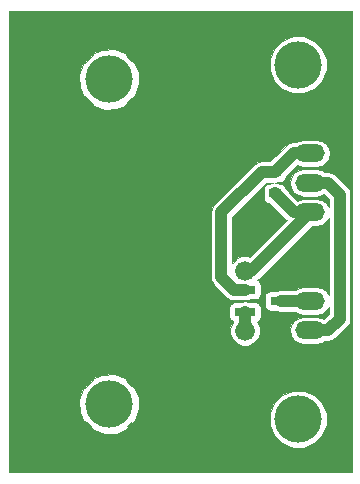
<source format=gbr>
G04 #@! TF.FileFunction,Copper,L2,Bot,Signal*
%FSLAX46Y46*%
G04 Gerber Fmt 4.6, Leading zero omitted, Abs format (unit mm)*
G04 Created by KiCad (PCBNEW 4.0.3-stable) date 09/16/16 14:59:18*
%MOMM*%
%LPD*%
G01*
G04 APERTURE LIST*
%ADD10C,0.100000*%
%ADD11O,2.500000X1.500000*%
%ADD12R,1.800860X0.800100*%
%ADD13R,1.000000X0.800000*%
%ADD14C,1.676400*%
%ADD15C,4.000000*%
%ADD16C,1.000000*%
%ADD17C,0.026000*%
G04 APERTURE END LIST*
D10*
D11*
X26000000Y-17500000D03*
X26000000Y-15000000D03*
X26000000Y-12500000D03*
X26000000Y-27500000D03*
X26000000Y-25000000D03*
D12*
X20498860Y-25950000D03*
X20498860Y-24050000D03*
X23501140Y-25000000D03*
D13*
X23000000Y-14100000D03*
X23000000Y-15900000D03*
D14*
X20500000Y-27540000D03*
X20500000Y-22460000D03*
D15*
X9000000Y-33750000D03*
X9000000Y-6250000D03*
X25000000Y-35000000D03*
X25000000Y-5000000D03*
D16*
X26000000Y-15000000D02*
X27500000Y-15000000D01*
X27500000Y-27500000D02*
X26000000Y-27500000D01*
X28500000Y-26500000D02*
X27500000Y-27500000D01*
X28500000Y-16000000D02*
X28500000Y-26500000D01*
X27500000Y-15000000D02*
X28500000Y-16000000D01*
X23000000Y-14100000D02*
X21900000Y-14100000D01*
X19550000Y-24050000D02*
X20498860Y-24050000D01*
X18500000Y-23000000D02*
X19550000Y-24050000D01*
X18500000Y-17500000D02*
X18500000Y-23000000D01*
X21900000Y-14100000D02*
X18500000Y-17500000D01*
X23000000Y-14100000D02*
X24600000Y-12500000D01*
X24600000Y-12500000D02*
X26000000Y-12500000D01*
X20500000Y-22460000D02*
X21040000Y-22460000D01*
X21040000Y-22460000D02*
X26000000Y-17500000D01*
X23000000Y-15900000D02*
X24600000Y-17500000D01*
X24600000Y-17500000D02*
X26000000Y-17500000D01*
X23501140Y-25000000D02*
X26000000Y-25000000D01*
X20498860Y-25950000D02*
X20498860Y-27538860D01*
X20498860Y-27538860D02*
X20500000Y-27540000D01*
D17*
G36*
X29512000Y-39512000D02*
X488000Y-39512000D01*
X488000Y-33386940D01*
X6455381Y-33386940D01*
X6510141Y-34388359D01*
X6788016Y-35059208D01*
X7112584Y-35296590D01*
X7123487Y-35285687D01*
X7464015Y-35626811D01*
X7453410Y-35637416D01*
X7690792Y-35961984D01*
X8636940Y-36294619D01*
X9638359Y-36239859D01*
X10309208Y-35961984D01*
X10546590Y-35637416D01*
X10535687Y-35626513D01*
X10684590Y-35477870D01*
X22586583Y-35477870D01*
X22953166Y-36365069D01*
X23631361Y-37044449D01*
X24517919Y-37412580D01*
X25477870Y-37413417D01*
X26365069Y-37046834D01*
X27044449Y-36368639D01*
X27412580Y-35482081D01*
X27413417Y-34522130D01*
X27046834Y-33634931D01*
X26368639Y-32955551D01*
X25482081Y-32587420D01*
X24522130Y-32586583D01*
X23634931Y-32953166D01*
X22955551Y-33631361D01*
X22587420Y-34517919D01*
X22586583Y-35477870D01*
X10684590Y-35477870D01*
X10876811Y-35285985D01*
X10887416Y-35296590D01*
X11211984Y-35059208D01*
X11544619Y-34113060D01*
X11489859Y-33111641D01*
X11211984Y-32440792D01*
X10887416Y-32203410D01*
X10876513Y-32214313D01*
X10535985Y-31873189D01*
X10546590Y-31862584D01*
X10309208Y-31538016D01*
X9363060Y-31205381D01*
X8361641Y-31260141D01*
X7690792Y-31538016D01*
X7453410Y-31862584D01*
X7464313Y-31873487D01*
X7123189Y-32214015D01*
X7112584Y-32203410D01*
X6788016Y-32440792D01*
X6455381Y-33386940D01*
X488000Y-33386940D01*
X488000Y-25549950D01*
X19177339Y-25549950D01*
X19177339Y-26350050D01*
X19206137Y-26503099D01*
X19296589Y-26643664D01*
X19434602Y-26737965D01*
X19515928Y-26754434D01*
X19439903Y-26830327D01*
X19249018Y-27290029D01*
X19248584Y-27787787D01*
X19438666Y-28247822D01*
X19790327Y-28600097D01*
X20250029Y-28790982D01*
X20747787Y-28791416D01*
X21207822Y-28601334D01*
X21560097Y-28249673D01*
X21750982Y-27789971D01*
X21751416Y-27292213D01*
X21561334Y-26832178D01*
X21484414Y-26755124D01*
X21552339Y-26742343D01*
X21692904Y-26651891D01*
X21787205Y-26513878D01*
X21820381Y-26350050D01*
X21820381Y-25549950D01*
X21791583Y-25396901D01*
X21701131Y-25256336D01*
X21563118Y-25162035D01*
X21399290Y-25128859D01*
X20881715Y-25128859D01*
X20848250Y-25106498D01*
X20498860Y-25037000D01*
X20149470Y-25106498D01*
X20116005Y-25128859D01*
X19598430Y-25128859D01*
X19445381Y-25157657D01*
X19304816Y-25248109D01*
X19210515Y-25386122D01*
X19177339Y-25549950D01*
X488000Y-25549950D01*
X488000Y-17500000D01*
X17587000Y-17500000D01*
X17587000Y-23000000D01*
X17628075Y-23206498D01*
X17656498Y-23349390D01*
X17854412Y-23645588D01*
X18904411Y-24695588D01*
X19200610Y-24893502D01*
X19550000Y-24963000D01*
X20498860Y-24963000D01*
X20848250Y-24893502D01*
X20881715Y-24871141D01*
X21399290Y-24871141D01*
X21552339Y-24842343D01*
X21692904Y-24751891D01*
X21787205Y-24613878D01*
X21820381Y-24450050D01*
X21820381Y-23649950D01*
X21791583Y-23496901D01*
X21701131Y-23356336D01*
X21563118Y-23262035D01*
X21483687Y-23245950D01*
X21500214Y-23229451D01*
X21685588Y-23105588D01*
X26128177Y-18663000D01*
X26532580Y-18663000D01*
X26977641Y-18574472D01*
X27354945Y-18322365D01*
X27587000Y-17975071D01*
X27587000Y-24524929D01*
X27354945Y-24177635D01*
X26977641Y-23925528D01*
X26532580Y-23837000D01*
X25467420Y-23837000D01*
X25022359Y-23925528D01*
X24780700Y-24087000D01*
X23501140Y-24087000D01*
X23151750Y-24156498D01*
X23118285Y-24178859D01*
X22600710Y-24178859D01*
X22447661Y-24207657D01*
X22307096Y-24298109D01*
X22212795Y-24436122D01*
X22179619Y-24599950D01*
X22179619Y-25400050D01*
X22208417Y-25553099D01*
X22298869Y-25693664D01*
X22436882Y-25787965D01*
X22600710Y-25821141D01*
X23118285Y-25821141D01*
X23151750Y-25843502D01*
X23501140Y-25913000D01*
X24780700Y-25913000D01*
X25022359Y-26074472D01*
X25467420Y-26163000D01*
X26532580Y-26163000D01*
X26977641Y-26074472D01*
X27354945Y-25822365D01*
X27587000Y-25475071D01*
X27587000Y-26121823D01*
X27160867Y-26547956D01*
X26977641Y-26425528D01*
X26532580Y-26337000D01*
X25467420Y-26337000D01*
X25022359Y-26425528D01*
X24645055Y-26677635D01*
X24392948Y-27054939D01*
X24304420Y-27500000D01*
X24392948Y-27945061D01*
X24645055Y-28322365D01*
X25022359Y-28574472D01*
X25467420Y-28663000D01*
X26532580Y-28663000D01*
X26977641Y-28574472D01*
X27219300Y-28413000D01*
X27500000Y-28413000D01*
X27849390Y-28343502D01*
X28145588Y-28145588D01*
X29145589Y-27145588D01*
X29343502Y-26849390D01*
X29413000Y-26500000D01*
X29413000Y-16000000D01*
X29343502Y-15650610D01*
X29276684Y-15550610D01*
X29145589Y-15354412D01*
X28145588Y-14354412D01*
X27849390Y-14156498D01*
X27500000Y-14087000D01*
X27219300Y-14087000D01*
X26977641Y-13925528D01*
X26532580Y-13837000D01*
X25467420Y-13837000D01*
X25022359Y-13925528D01*
X24645055Y-14177635D01*
X24392948Y-14554939D01*
X24304420Y-15000000D01*
X24392948Y-15445061D01*
X24645055Y-15822365D01*
X25022359Y-16074472D01*
X25467420Y-16163000D01*
X26532580Y-16163000D01*
X26977641Y-16074472D01*
X27160867Y-15952044D01*
X27587000Y-16378177D01*
X27587000Y-17024929D01*
X27354945Y-16677635D01*
X26977641Y-16425528D01*
X26532580Y-16337000D01*
X25467420Y-16337000D01*
X25022359Y-16425528D01*
X24899078Y-16507902D01*
X23921091Y-15529915D01*
X23921091Y-15500000D01*
X23892293Y-15346951D01*
X23801841Y-15206386D01*
X23663828Y-15112085D01*
X23500000Y-15078909D01*
X23382930Y-15078909D01*
X23349390Y-15056498D01*
X23065353Y-15000000D01*
X23349390Y-14943502D01*
X23382930Y-14921091D01*
X23500000Y-14921091D01*
X23653049Y-14892293D01*
X23793614Y-14801841D01*
X23887915Y-14663828D01*
X23921091Y-14500000D01*
X23921091Y-14470085D01*
X24899078Y-13492098D01*
X25022359Y-13574472D01*
X25467420Y-13663000D01*
X26532580Y-13663000D01*
X26977641Y-13574472D01*
X27354945Y-13322365D01*
X27607052Y-12945061D01*
X27695580Y-12500000D01*
X27607052Y-12054939D01*
X27354945Y-11677635D01*
X26977641Y-11425528D01*
X26532580Y-11337000D01*
X25467420Y-11337000D01*
X25022359Y-11425528D01*
X24780700Y-11587000D01*
X24600000Y-11587000D01*
X24250610Y-11656498D01*
X23954412Y-11854411D01*
X22621824Y-13187000D01*
X21900000Y-13187000D01*
X21550610Y-13256498D01*
X21254411Y-13454412D01*
X17854412Y-16854412D01*
X17656498Y-17150610D01*
X17587000Y-17500000D01*
X488000Y-17500000D01*
X488000Y-5886940D01*
X6455381Y-5886940D01*
X6510141Y-6888359D01*
X6788016Y-7559208D01*
X7112584Y-7796590D01*
X7123487Y-7785687D01*
X7464015Y-8126811D01*
X7453410Y-8137416D01*
X7690792Y-8461984D01*
X8636940Y-8794619D01*
X9638359Y-8739859D01*
X10309208Y-8461984D01*
X10546590Y-8137416D01*
X10535687Y-8126513D01*
X10876811Y-7785985D01*
X10887416Y-7796590D01*
X11211984Y-7559208D01*
X11544619Y-6613060D01*
X11489859Y-5611641D01*
X11434450Y-5477870D01*
X22586583Y-5477870D01*
X22953166Y-6365069D01*
X23631361Y-7044449D01*
X24517919Y-7412580D01*
X25477870Y-7413417D01*
X26365069Y-7046834D01*
X27044449Y-6368639D01*
X27412580Y-5482081D01*
X27413417Y-4522130D01*
X27046834Y-3634931D01*
X26368639Y-2955551D01*
X25482081Y-2587420D01*
X24522130Y-2586583D01*
X23634931Y-2953166D01*
X22955551Y-3631361D01*
X22587420Y-4517919D01*
X22586583Y-5477870D01*
X11434450Y-5477870D01*
X11211984Y-4940792D01*
X10887416Y-4703410D01*
X10876513Y-4714313D01*
X10535985Y-4373189D01*
X10546590Y-4362584D01*
X10309208Y-4038016D01*
X9363060Y-3705381D01*
X8361641Y-3760141D01*
X7690792Y-4038016D01*
X7453410Y-4362584D01*
X7464313Y-4373487D01*
X7123189Y-4714015D01*
X7112584Y-4703410D01*
X6788016Y-4940792D01*
X6455381Y-5886940D01*
X488000Y-5886940D01*
X488000Y-488000D01*
X29512000Y-488000D01*
X29512000Y-39512000D01*
X29512000Y-39512000D01*
G37*
X29512000Y-39512000D02*
X488000Y-39512000D01*
X488000Y-33386940D01*
X6455381Y-33386940D01*
X6510141Y-34388359D01*
X6788016Y-35059208D01*
X7112584Y-35296590D01*
X7123487Y-35285687D01*
X7464015Y-35626811D01*
X7453410Y-35637416D01*
X7690792Y-35961984D01*
X8636940Y-36294619D01*
X9638359Y-36239859D01*
X10309208Y-35961984D01*
X10546590Y-35637416D01*
X10535687Y-35626513D01*
X10684590Y-35477870D01*
X22586583Y-35477870D01*
X22953166Y-36365069D01*
X23631361Y-37044449D01*
X24517919Y-37412580D01*
X25477870Y-37413417D01*
X26365069Y-37046834D01*
X27044449Y-36368639D01*
X27412580Y-35482081D01*
X27413417Y-34522130D01*
X27046834Y-33634931D01*
X26368639Y-32955551D01*
X25482081Y-32587420D01*
X24522130Y-32586583D01*
X23634931Y-32953166D01*
X22955551Y-33631361D01*
X22587420Y-34517919D01*
X22586583Y-35477870D01*
X10684590Y-35477870D01*
X10876811Y-35285985D01*
X10887416Y-35296590D01*
X11211984Y-35059208D01*
X11544619Y-34113060D01*
X11489859Y-33111641D01*
X11211984Y-32440792D01*
X10887416Y-32203410D01*
X10876513Y-32214313D01*
X10535985Y-31873189D01*
X10546590Y-31862584D01*
X10309208Y-31538016D01*
X9363060Y-31205381D01*
X8361641Y-31260141D01*
X7690792Y-31538016D01*
X7453410Y-31862584D01*
X7464313Y-31873487D01*
X7123189Y-32214015D01*
X7112584Y-32203410D01*
X6788016Y-32440792D01*
X6455381Y-33386940D01*
X488000Y-33386940D01*
X488000Y-25549950D01*
X19177339Y-25549950D01*
X19177339Y-26350050D01*
X19206137Y-26503099D01*
X19296589Y-26643664D01*
X19434602Y-26737965D01*
X19515928Y-26754434D01*
X19439903Y-26830327D01*
X19249018Y-27290029D01*
X19248584Y-27787787D01*
X19438666Y-28247822D01*
X19790327Y-28600097D01*
X20250029Y-28790982D01*
X20747787Y-28791416D01*
X21207822Y-28601334D01*
X21560097Y-28249673D01*
X21750982Y-27789971D01*
X21751416Y-27292213D01*
X21561334Y-26832178D01*
X21484414Y-26755124D01*
X21552339Y-26742343D01*
X21692904Y-26651891D01*
X21787205Y-26513878D01*
X21820381Y-26350050D01*
X21820381Y-25549950D01*
X21791583Y-25396901D01*
X21701131Y-25256336D01*
X21563118Y-25162035D01*
X21399290Y-25128859D01*
X20881715Y-25128859D01*
X20848250Y-25106498D01*
X20498860Y-25037000D01*
X20149470Y-25106498D01*
X20116005Y-25128859D01*
X19598430Y-25128859D01*
X19445381Y-25157657D01*
X19304816Y-25248109D01*
X19210515Y-25386122D01*
X19177339Y-25549950D01*
X488000Y-25549950D01*
X488000Y-17500000D01*
X17587000Y-17500000D01*
X17587000Y-23000000D01*
X17628075Y-23206498D01*
X17656498Y-23349390D01*
X17854412Y-23645588D01*
X18904411Y-24695588D01*
X19200610Y-24893502D01*
X19550000Y-24963000D01*
X20498860Y-24963000D01*
X20848250Y-24893502D01*
X20881715Y-24871141D01*
X21399290Y-24871141D01*
X21552339Y-24842343D01*
X21692904Y-24751891D01*
X21787205Y-24613878D01*
X21820381Y-24450050D01*
X21820381Y-23649950D01*
X21791583Y-23496901D01*
X21701131Y-23356336D01*
X21563118Y-23262035D01*
X21483687Y-23245950D01*
X21500214Y-23229451D01*
X21685588Y-23105588D01*
X26128177Y-18663000D01*
X26532580Y-18663000D01*
X26977641Y-18574472D01*
X27354945Y-18322365D01*
X27587000Y-17975071D01*
X27587000Y-24524929D01*
X27354945Y-24177635D01*
X26977641Y-23925528D01*
X26532580Y-23837000D01*
X25467420Y-23837000D01*
X25022359Y-23925528D01*
X24780700Y-24087000D01*
X23501140Y-24087000D01*
X23151750Y-24156498D01*
X23118285Y-24178859D01*
X22600710Y-24178859D01*
X22447661Y-24207657D01*
X22307096Y-24298109D01*
X22212795Y-24436122D01*
X22179619Y-24599950D01*
X22179619Y-25400050D01*
X22208417Y-25553099D01*
X22298869Y-25693664D01*
X22436882Y-25787965D01*
X22600710Y-25821141D01*
X23118285Y-25821141D01*
X23151750Y-25843502D01*
X23501140Y-25913000D01*
X24780700Y-25913000D01*
X25022359Y-26074472D01*
X25467420Y-26163000D01*
X26532580Y-26163000D01*
X26977641Y-26074472D01*
X27354945Y-25822365D01*
X27587000Y-25475071D01*
X27587000Y-26121823D01*
X27160867Y-26547956D01*
X26977641Y-26425528D01*
X26532580Y-26337000D01*
X25467420Y-26337000D01*
X25022359Y-26425528D01*
X24645055Y-26677635D01*
X24392948Y-27054939D01*
X24304420Y-27500000D01*
X24392948Y-27945061D01*
X24645055Y-28322365D01*
X25022359Y-28574472D01*
X25467420Y-28663000D01*
X26532580Y-28663000D01*
X26977641Y-28574472D01*
X27219300Y-28413000D01*
X27500000Y-28413000D01*
X27849390Y-28343502D01*
X28145588Y-28145588D01*
X29145589Y-27145588D01*
X29343502Y-26849390D01*
X29413000Y-26500000D01*
X29413000Y-16000000D01*
X29343502Y-15650610D01*
X29276684Y-15550610D01*
X29145589Y-15354412D01*
X28145588Y-14354412D01*
X27849390Y-14156498D01*
X27500000Y-14087000D01*
X27219300Y-14087000D01*
X26977641Y-13925528D01*
X26532580Y-13837000D01*
X25467420Y-13837000D01*
X25022359Y-13925528D01*
X24645055Y-14177635D01*
X24392948Y-14554939D01*
X24304420Y-15000000D01*
X24392948Y-15445061D01*
X24645055Y-15822365D01*
X25022359Y-16074472D01*
X25467420Y-16163000D01*
X26532580Y-16163000D01*
X26977641Y-16074472D01*
X27160867Y-15952044D01*
X27587000Y-16378177D01*
X27587000Y-17024929D01*
X27354945Y-16677635D01*
X26977641Y-16425528D01*
X26532580Y-16337000D01*
X25467420Y-16337000D01*
X25022359Y-16425528D01*
X24899078Y-16507902D01*
X23921091Y-15529915D01*
X23921091Y-15500000D01*
X23892293Y-15346951D01*
X23801841Y-15206386D01*
X23663828Y-15112085D01*
X23500000Y-15078909D01*
X23382930Y-15078909D01*
X23349390Y-15056498D01*
X23065353Y-15000000D01*
X23349390Y-14943502D01*
X23382930Y-14921091D01*
X23500000Y-14921091D01*
X23653049Y-14892293D01*
X23793614Y-14801841D01*
X23887915Y-14663828D01*
X23921091Y-14500000D01*
X23921091Y-14470085D01*
X24899078Y-13492098D01*
X25022359Y-13574472D01*
X25467420Y-13663000D01*
X26532580Y-13663000D01*
X26977641Y-13574472D01*
X27354945Y-13322365D01*
X27607052Y-12945061D01*
X27695580Y-12500000D01*
X27607052Y-12054939D01*
X27354945Y-11677635D01*
X26977641Y-11425528D01*
X26532580Y-11337000D01*
X25467420Y-11337000D01*
X25022359Y-11425528D01*
X24780700Y-11587000D01*
X24600000Y-11587000D01*
X24250610Y-11656498D01*
X23954412Y-11854411D01*
X22621824Y-13187000D01*
X21900000Y-13187000D01*
X21550610Y-13256498D01*
X21254411Y-13454412D01*
X17854412Y-16854412D01*
X17656498Y-17150610D01*
X17587000Y-17500000D01*
X488000Y-17500000D01*
X488000Y-5886940D01*
X6455381Y-5886940D01*
X6510141Y-6888359D01*
X6788016Y-7559208D01*
X7112584Y-7796590D01*
X7123487Y-7785687D01*
X7464015Y-8126811D01*
X7453410Y-8137416D01*
X7690792Y-8461984D01*
X8636940Y-8794619D01*
X9638359Y-8739859D01*
X10309208Y-8461984D01*
X10546590Y-8137416D01*
X10535687Y-8126513D01*
X10876811Y-7785985D01*
X10887416Y-7796590D01*
X11211984Y-7559208D01*
X11544619Y-6613060D01*
X11489859Y-5611641D01*
X11434450Y-5477870D01*
X22586583Y-5477870D01*
X22953166Y-6365069D01*
X23631361Y-7044449D01*
X24517919Y-7412580D01*
X25477870Y-7413417D01*
X26365069Y-7046834D01*
X27044449Y-6368639D01*
X27412580Y-5482081D01*
X27413417Y-4522130D01*
X27046834Y-3634931D01*
X26368639Y-2955551D01*
X25482081Y-2587420D01*
X24522130Y-2586583D01*
X23634931Y-2953166D01*
X22955551Y-3631361D01*
X22587420Y-4517919D01*
X22586583Y-5477870D01*
X11434450Y-5477870D01*
X11211984Y-4940792D01*
X10887416Y-4703410D01*
X10876513Y-4714313D01*
X10535985Y-4373189D01*
X10546590Y-4362584D01*
X10309208Y-4038016D01*
X9363060Y-3705381D01*
X8361641Y-3760141D01*
X7690792Y-4038016D01*
X7453410Y-4362584D01*
X7464313Y-4373487D01*
X7123189Y-4714015D01*
X7112584Y-4703410D01*
X6788016Y-4940792D01*
X6455381Y-5886940D01*
X488000Y-5886940D01*
X488000Y-488000D01*
X29512000Y-488000D01*
X29512000Y-39512000D01*
G36*
X22650610Y-15056498D02*
X22617070Y-15078909D01*
X22500000Y-15078909D01*
X22346951Y-15107707D01*
X22206386Y-15198159D01*
X22112085Y-15336172D01*
X22078909Y-15500000D01*
X22078909Y-16300000D01*
X22107707Y-16453049D01*
X22198159Y-16593614D01*
X22336172Y-16687915D01*
X22500000Y-16721091D01*
X22529915Y-16721091D01*
X23954412Y-18145589D01*
X24019646Y-18189177D01*
X20926503Y-21282321D01*
X20749971Y-21209018D01*
X20252213Y-21208584D01*
X19792178Y-21398666D01*
X19439903Y-21750327D01*
X19413000Y-21815117D01*
X19413000Y-17878176D01*
X22278177Y-15013000D01*
X22869292Y-15013000D01*
X22650610Y-15056498D01*
X22650610Y-15056498D01*
G37*
X22650610Y-15056498D02*
X22617070Y-15078909D01*
X22500000Y-15078909D01*
X22346951Y-15107707D01*
X22206386Y-15198159D01*
X22112085Y-15336172D01*
X22078909Y-15500000D01*
X22078909Y-16300000D01*
X22107707Y-16453049D01*
X22198159Y-16593614D01*
X22336172Y-16687915D01*
X22500000Y-16721091D01*
X22529915Y-16721091D01*
X23954412Y-18145589D01*
X24019646Y-18189177D01*
X20926503Y-21282321D01*
X20749971Y-21209018D01*
X20252213Y-21208584D01*
X19792178Y-21398666D01*
X19439903Y-21750327D01*
X19413000Y-21815117D01*
X19413000Y-17878176D01*
X22278177Y-15013000D01*
X22869292Y-15013000D01*
X22650610Y-15056498D01*
M02*

</source>
